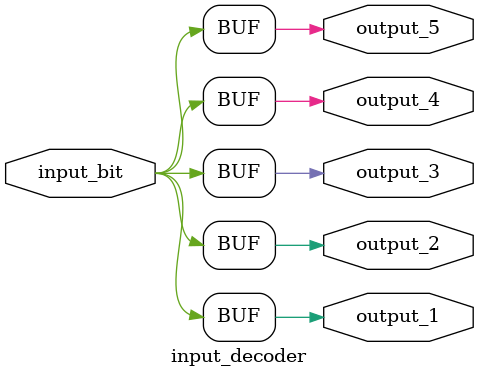
<source format=v>
module input_decoder (
  input input_bit,
  output reg output_1,
  output reg output_2,
  output reg output_3,
  output reg output_4,
  output reg output_5
);

always @(input_bit) begin
    output_1 <= input_bit;
    output_2 <= input_bit;
    output_3 <= input_bit;
    output_4 <= input_bit;
    output_5 <= input_bit;
end

endmodule

</source>
